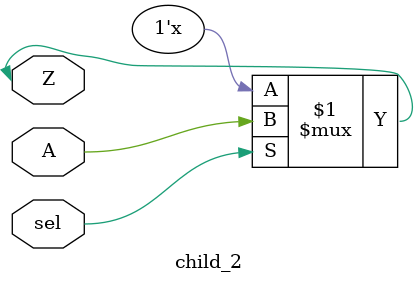
<source format=v>
module child_2(input sel, input A, inout Z);
  assign Z = (sel) ? A : 1'bz;
endmodule
</source>
